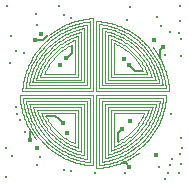
<source format=gbr>
G04 EAGLE Gerber X2 export*
%TF.Part,Single*%
%TF.FileFunction,Copper,L2,Inr,Mixed*%
%TF.FilePolarity,Positive*%
%TF.GenerationSoftware,Autodesk,EAGLE,9.0.1*%
%TF.CreationDate,2018-12-20T19:56:33Z*%
G75*
%MOMM*%
%FSLAX34Y34*%
%LPD*%
%AMOC8*
5,1,8,0,0,1.08239X$1,22.5*%
G01*
%ADD10C,0.125000*%
%ADD11C,0.450000*%
%ADD12C,0.127000*%
%ADD13C,0.300000*%


D10*
X-55066Y6575D02*
X-6015Y6575D01*
X-9341Y54799D02*
X-8515Y54968D01*
X-54962Y7212D02*
X-55066Y6575D01*
X-57902Y4075D02*
X-3515Y4075D01*
X-6811Y57793D02*
X-6015Y57915D01*
X-57833Y4681D02*
X-57902Y4075D01*
X-1757Y63366D02*
X-1015Y63412D01*
X-1015Y1575D01*
X-4283Y60643D02*
X-3515Y60723D01*
X-60571Y2153D02*
X-60611Y1575D01*
X-3515Y4075D02*
X-3515Y60723D01*
X-6015Y57915D02*
X-6015Y6575D01*
X-8515Y9075D02*
X-8515Y54968D01*
X-11015Y51861D02*
X-11015Y11575D01*
X-11874Y51634D02*
X-11015Y51861D01*
X-51935Y9745D02*
X-52083Y9075D01*
X-14410Y48267D02*
X-13515Y48564D01*
X-48726Y12282D02*
X-48926Y11575D01*
X-13515Y14075D02*
X-13515Y48564D01*
X-16015Y45037D02*
X-16948Y44653D01*
X-45296Y14823D02*
X-45563Y14075D01*
X-16015Y16575D02*
X-16015Y45037D01*
X-18515Y41225D02*
X-19490Y40729D01*
X-41592Y17369D02*
X-41945Y16575D01*
X-52083Y9075D02*
X-8515Y9075D01*
X-11015Y11575D02*
X-48926Y11575D01*
X-45563Y14075D02*
X-13515Y14075D01*
X-16015Y16575D02*
X-41945Y16575D01*
X-60611Y1575D02*
X-1015Y1575D01*
X-9341Y54798D02*
X-10711Y54498D01*
X-12073Y54165D01*
X-13426Y53800D01*
X-14770Y53402D01*
X-16104Y52972D01*
X-17428Y52509D01*
X-18739Y52015D01*
X-20039Y51489D01*
X-21325Y50932D01*
X-22598Y50345D01*
X-23856Y49727D01*
X-25099Y49078D01*
X-26326Y48400D01*
X-27536Y47692D01*
X-28729Y46956D01*
X-29903Y46191D01*
X-31059Y45397D01*
X-32196Y44577D01*
X-33312Y43728D01*
X-34407Y42854D01*
X-35481Y41953D01*
X-36533Y41026D01*
X-37563Y40075D01*
X-38569Y39099D01*
X-39551Y38098D01*
X-40509Y37075D01*
X-41442Y36028D01*
X-42349Y34960D01*
X-43230Y33870D01*
X-44085Y32759D01*
X-44913Y31627D01*
X-45713Y30476D01*
X-46485Y29306D01*
X-47229Y28118D01*
X-47944Y26912D01*
X-48630Y25690D01*
X-49286Y24451D01*
X-49911Y23196D01*
X-50507Y21927D01*
X-51072Y20644D01*
X-51605Y19348D01*
X-52107Y18039D01*
X-52578Y16718D01*
X-53016Y15387D01*
X-53422Y14045D01*
X-53796Y12694D01*
X-54137Y11334D01*
X-54445Y9967D01*
X-54720Y8592D01*
X-54962Y7211D01*
X-57833Y4681D02*
X-57651Y6135D01*
X-57434Y7585D01*
X-57182Y9029D01*
X-56895Y10466D01*
X-56573Y11896D01*
X-56217Y13318D01*
X-55826Y14731D01*
X-55402Y16134D01*
X-54944Y17526D01*
X-54452Y18907D01*
X-53927Y20275D01*
X-53369Y21631D01*
X-52778Y22972D01*
X-52155Y24299D01*
X-51500Y25610D01*
X-50814Y26906D01*
X-50097Y28184D01*
X-49349Y29444D01*
X-48570Y30686D01*
X-47762Y31909D01*
X-46925Y33112D01*
X-46058Y34294D01*
X-45164Y35455D01*
X-44241Y36595D01*
X-43292Y37711D01*
X-42315Y38804D01*
X-41313Y39873D01*
X-40284Y40918D01*
X-39231Y41938D01*
X-38154Y42931D01*
X-37053Y43899D01*
X-35929Y44839D01*
X-34782Y45752D01*
X-33614Y46637D01*
X-32424Y47494D01*
X-31214Y48321D01*
X-29985Y49120D01*
X-28736Y49888D01*
X-27470Y50625D01*
X-26186Y51332D01*
X-24885Y52008D01*
X-23568Y52652D01*
X-22236Y53264D01*
X-20890Y53843D01*
X-19530Y54390D01*
X-18157Y54904D01*
X-16773Y55384D01*
X-15377Y55831D01*
X-13970Y56244D01*
X-12554Y56623D01*
X-11130Y56967D01*
X-9697Y57277D01*
X-8257Y57552D01*
X-6811Y57793D01*
X-1757Y63365D02*
X-3343Y63245D01*
X-4926Y63086D01*
X-6505Y62890D01*
X-8078Y62655D01*
X-9645Y62381D01*
X-11205Y62070D01*
X-12757Y61722D01*
X-14300Y61336D01*
X-15833Y60912D01*
X-17356Y60451D01*
X-18867Y59954D01*
X-20365Y59420D01*
X-21851Y58850D01*
X-23321Y58244D01*
X-24777Y57603D01*
X-26217Y56927D01*
X-27640Y56216D01*
X-29045Y55470D01*
X-30432Y54691D01*
X-31799Y53879D01*
X-33147Y53033D01*
X-34473Y52155D01*
X-35778Y51245D01*
X-37060Y50304D01*
X-38320Y49332D01*
X-4283Y60642D02*
X-5819Y60459D01*
X-7350Y60239D01*
X-8876Y59981D01*
X-10394Y59686D01*
X-11905Y59354D01*
X-13407Y58985D01*
X-14899Y58579D01*
X-16382Y58137D01*
X-17853Y57659D01*
X-19311Y57144D01*
X-20757Y56594D01*
X-22189Y56009D01*
X-23606Y55389D01*
X-25008Y54735D01*
X-26393Y54046D01*
X-27760Y53323D01*
X-29110Y52568D01*
X-30441Y51779D01*
X-31751Y50958D01*
X-33042Y50105D01*
X-34311Y49221D01*
X-35558Y48306D01*
X-36782Y47360D01*
X-37983Y46385D01*
X-39160Y45381D01*
X-40311Y44348D01*
X-41437Y43288D01*
X-42537Y42200D01*
X-43609Y41085D01*
X-44654Y39945D01*
X-45671Y38779D01*
X-46659Y37589D01*
X-47617Y36375D01*
X-48545Y35137D01*
X-49443Y33878D01*
X-50310Y32596D01*
X-51145Y31294D01*
X-51947Y29972D01*
X-52718Y28631D01*
X-53455Y27271D01*
X-54158Y25893D01*
X-54828Y24499D01*
X-55463Y23088D01*
X-56063Y21663D01*
X-56628Y20223D01*
X-57158Y18770D01*
X-57652Y17304D01*
X-58110Y15827D01*
X-58532Y14338D01*
X-58917Y12840D01*
X-59265Y11333D01*
X-59576Y9818D01*
X-59850Y8296D01*
X-60087Y6767D01*
X-60286Y5233D01*
X-60447Y3695D01*
X-60571Y2153D01*
X-51935Y9745D02*
X-51630Y11065D01*
X-51293Y12377D01*
X-50924Y13681D01*
X-50523Y14975D01*
X-50091Y16259D01*
X-49628Y17532D01*
X-49134Y18794D01*
X-48609Y20043D01*
X-48054Y21279D01*
X-47469Y22501D01*
X-46854Y23708D01*
X-46211Y24900D01*
X-45538Y26076D01*
X-44837Y27236D01*
X-44108Y28378D01*
X-43351Y29501D01*
X-42567Y30606D01*
X-41757Y31692D01*
X-40920Y32758D01*
X-40058Y33802D01*
X-39170Y34826D01*
X-38258Y35828D01*
X-37321Y36807D01*
X-36361Y37763D01*
X-35378Y38695D01*
X-34373Y39603D01*
X-33346Y40487D01*
X-32297Y41345D01*
X-31228Y42177D01*
X-30139Y42983D01*
X-29031Y43762D01*
X-27904Y44514D01*
X-26759Y45239D01*
X-25597Y45935D01*
X-24418Y46603D01*
X-23223Y47242D01*
X-22013Y47851D01*
X-20789Y48431D01*
X-19551Y48981D01*
X-18299Y49500D01*
X-17036Y49989D01*
X-15761Y50447D01*
X-14475Y50874D01*
X-13179Y51270D01*
X-11874Y51633D01*
X-14410Y48266D02*
X-15632Y47842D01*
X-16843Y47388D01*
X-18043Y46904D01*
X-19231Y46392D01*
X-20406Y45851D01*
X-21567Y45281D01*
X-22714Y44683D01*
X-23847Y44058D01*
X-24963Y43405D01*
X-26064Y42725D01*
X-27148Y42019D01*
X-28214Y41286D01*
X-29262Y40527D01*
X-30291Y39744D01*
X-31301Y38935D01*
X-32290Y38102D01*
X-33260Y37246D01*
X-34208Y36365D01*
X-35134Y35462D01*
X-36038Y34537D01*
X-36920Y33590D01*
X-37777Y32622D01*
X-38612Y31633D01*
X-39421Y30625D01*
X-40206Y29596D01*
X-40966Y28549D01*
X-41700Y27484D01*
X-42408Y26402D01*
X-43089Y25302D01*
X-43744Y24186D01*
X-44371Y23054D01*
X-44970Y21908D01*
X-45541Y20747D01*
X-46084Y19573D01*
X-46598Y18386D01*
X-47082Y17186D01*
X-47538Y15976D01*
X-47964Y14754D01*
X-48360Y13523D01*
X-48726Y12282D01*
X-45296Y14823D02*
X-44877Y15959D01*
X-44431Y17085D01*
X-43958Y18199D01*
X-43459Y19302D01*
X-42933Y20393D01*
X-42382Y21471D01*
X-41805Y22535D01*
X-41202Y23585D01*
X-40575Y24621D01*
X-39923Y25641D01*
X-39247Y26646D01*
X-38547Y27633D01*
X-37824Y28604D01*
X-37077Y29558D01*
X-36308Y30493D01*
X-35517Y31409D01*
X-34704Y32307D01*
X-33870Y33184D01*
X-33015Y34042D01*
X-32140Y34879D01*
X-31246Y35694D01*
X-30331Y36488D01*
X-29399Y37260D01*
X-28448Y38009D01*
X-27479Y38736D01*
X-26493Y39439D01*
X-25491Y40118D01*
X-24473Y40773D01*
X-23439Y41403D01*
X-22391Y42009D01*
X-21328Y42589D01*
X-20252Y43144D01*
X-19163Y43673D01*
X-18061Y44176D01*
X-16948Y44652D01*
X-19490Y40728D02*
X-20527Y40182D01*
X-21549Y39612D01*
X-22558Y39017D01*
X-23551Y38397D01*
X-24530Y37754D01*
X-25492Y37087D01*
X-26438Y36396D01*
X-27367Y35683D01*
X-28278Y34947D01*
X-29171Y34190D01*
X-30045Y33411D01*
X-30900Y32611D01*
X-31735Y31790D01*
X-32550Y30949D01*
X-33345Y30089D01*
X-34118Y29210D01*
X-34869Y28312D01*
X-35599Y27396D01*
X-36306Y26462D01*
X-36990Y25512D01*
X-37651Y24545D01*
X-38288Y23563D01*
X-38901Y22565D01*
X-39489Y21553D01*
X-40053Y20526D01*
X-40591Y19486D01*
X-41104Y18434D01*
X-41592Y17369D01*
D11*
X-23200Y29600D03*
X-49600Y44800D03*
X-28500Y24000D03*
D10*
X6975Y6515D02*
X6975Y55566D01*
X55199Y9841D02*
X55368Y9015D01*
X7612Y55462D02*
X6975Y55566D01*
X4475Y58402D02*
X4475Y4015D01*
X58193Y7311D02*
X58315Y6515D01*
X5081Y58333D02*
X4475Y58402D01*
X63766Y2257D02*
X63812Y1515D01*
X1975Y1515D01*
X61043Y4783D02*
X61123Y4015D01*
X2553Y61071D02*
X1975Y61111D01*
X4475Y4015D02*
X61123Y4015D01*
X58315Y6515D02*
X6975Y6515D01*
X9475Y9015D02*
X55368Y9015D01*
X52261Y11515D02*
X11975Y11515D01*
X52034Y12374D02*
X52261Y11515D01*
X10145Y52435D02*
X9475Y52583D01*
X48667Y14910D02*
X48964Y14015D01*
X12682Y49226D02*
X11975Y49426D01*
X14475Y14015D02*
X48964Y14015D01*
X45437Y16515D02*
X45053Y17448D01*
X15223Y45796D02*
X14475Y46063D01*
X16975Y16515D02*
X45437Y16515D01*
X41625Y19015D02*
X41129Y19990D01*
X17769Y42092D02*
X16975Y42445D01*
X9475Y52583D02*
X9475Y9015D01*
X11975Y11515D02*
X11975Y49426D01*
X14475Y46063D02*
X14475Y14015D01*
X16975Y16515D02*
X16975Y42445D01*
X1975Y61111D02*
X1975Y1515D01*
X55198Y9841D02*
X54898Y11211D01*
X54565Y12573D01*
X54200Y13926D01*
X53802Y15270D01*
X53372Y16604D01*
X52909Y17928D01*
X52415Y19239D01*
X51889Y20539D01*
X51332Y21825D01*
X50745Y23098D01*
X50127Y24356D01*
X49478Y25599D01*
X48800Y26826D01*
X48092Y28036D01*
X47356Y29229D01*
X46591Y30403D01*
X45797Y31559D01*
X44977Y32696D01*
X44128Y33812D01*
X43254Y34907D01*
X42353Y35981D01*
X41426Y37033D01*
X40475Y38063D01*
X39499Y39069D01*
X38498Y40051D01*
X37475Y41009D01*
X36428Y41942D01*
X35360Y42849D01*
X34270Y43730D01*
X33159Y44585D01*
X32027Y45413D01*
X30876Y46213D01*
X29706Y46985D01*
X28518Y47729D01*
X27312Y48444D01*
X26090Y49130D01*
X24851Y49786D01*
X23596Y50411D01*
X22327Y51007D01*
X21044Y51572D01*
X19748Y52105D01*
X18439Y52607D01*
X17118Y53078D01*
X15787Y53516D01*
X14445Y53922D01*
X13094Y54296D01*
X11734Y54637D01*
X10367Y54945D01*
X8992Y55220D01*
X7611Y55462D01*
X5081Y58333D02*
X6535Y58151D01*
X7985Y57934D01*
X9429Y57682D01*
X10866Y57395D01*
X12296Y57073D01*
X13718Y56717D01*
X15131Y56326D01*
X16534Y55902D01*
X17926Y55444D01*
X19307Y54952D01*
X20675Y54427D01*
X22031Y53869D01*
X23372Y53278D01*
X24699Y52655D01*
X26010Y52000D01*
X27306Y51314D01*
X28584Y50597D01*
X29844Y49849D01*
X31086Y49070D01*
X32309Y48262D01*
X33512Y47425D01*
X34694Y46558D01*
X35855Y45664D01*
X36995Y44741D01*
X38111Y43792D01*
X39204Y42815D01*
X40273Y41813D01*
X41318Y40784D01*
X42338Y39731D01*
X43331Y38654D01*
X44299Y37553D01*
X45239Y36429D01*
X46152Y35282D01*
X47037Y34114D01*
X47894Y32924D01*
X48721Y31714D01*
X49520Y30485D01*
X50288Y29236D01*
X51025Y27970D01*
X51732Y26686D01*
X52408Y25385D01*
X53052Y24068D01*
X53664Y22736D01*
X54243Y21390D01*
X54790Y20030D01*
X55304Y18657D01*
X55784Y17273D01*
X56231Y15877D01*
X56644Y14470D01*
X57023Y13054D01*
X57367Y11630D01*
X57677Y10197D01*
X57952Y8757D01*
X58193Y7311D01*
X63765Y2257D02*
X63645Y3843D01*
X63486Y5426D01*
X63290Y7005D01*
X63055Y8578D01*
X62781Y10145D01*
X62470Y11705D01*
X62122Y13257D01*
X61736Y14800D01*
X61312Y16333D01*
X60851Y17856D01*
X60354Y19367D01*
X59820Y20865D01*
X59250Y22351D01*
X58644Y23821D01*
X58003Y25277D01*
X57327Y26717D01*
X56616Y28140D01*
X55870Y29545D01*
X55091Y30932D01*
X54279Y32299D01*
X53433Y33647D01*
X52555Y34973D01*
X51645Y36278D01*
X50704Y37560D01*
X49732Y38820D01*
X61042Y4783D02*
X60859Y6319D01*
X60639Y7850D01*
X60381Y9376D01*
X60086Y10894D01*
X59754Y12405D01*
X59385Y13907D01*
X58979Y15399D01*
X58537Y16882D01*
X58059Y18353D01*
X57544Y19811D01*
X56994Y21257D01*
X56409Y22689D01*
X55789Y24106D01*
X55135Y25508D01*
X54446Y26893D01*
X53723Y28260D01*
X52968Y29610D01*
X52179Y30941D01*
X51358Y32251D01*
X50505Y33542D01*
X49621Y34811D01*
X48706Y36058D01*
X47760Y37282D01*
X46785Y38483D01*
X45781Y39660D01*
X44748Y40811D01*
X43688Y41937D01*
X42600Y43037D01*
X41485Y44109D01*
X40345Y45154D01*
X39179Y46171D01*
X37989Y47159D01*
X36775Y48117D01*
X35537Y49045D01*
X34278Y49943D01*
X32996Y50810D01*
X31694Y51645D01*
X30372Y52447D01*
X29031Y53218D01*
X27671Y53955D01*
X26293Y54658D01*
X24899Y55328D01*
X23488Y55963D01*
X22063Y56563D01*
X20623Y57128D01*
X19170Y57658D01*
X17704Y58152D01*
X16227Y58610D01*
X14738Y59032D01*
X13240Y59417D01*
X11733Y59765D01*
X10218Y60076D01*
X8696Y60350D01*
X7167Y60587D01*
X5633Y60786D01*
X4095Y60947D01*
X2553Y61071D01*
X10145Y52435D02*
X11465Y52130D01*
X12777Y51793D01*
X14081Y51424D01*
X15375Y51023D01*
X16659Y50591D01*
X17932Y50128D01*
X19194Y49634D01*
X20443Y49109D01*
X21679Y48554D01*
X22901Y47969D01*
X24108Y47354D01*
X25300Y46711D01*
X26476Y46038D01*
X27636Y45337D01*
X28778Y44608D01*
X29901Y43851D01*
X31006Y43067D01*
X32092Y42257D01*
X33158Y41420D01*
X34202Y40558D01*
X35226Y39670D01*
X36228Y38758D01*
X37207Y37821D01*
X38163Y36861D01*
X39095Y35878D01*
X40003Y34873D01*
X40887Y33846D01*
X41745Y32797D01*
X42577Y31728D01*
X43383Y30639D01*
X44162Y29531D01*
X44914Y28404D01*
X45639Y27259D01*
X46335Y26097D01*
X47003Y24918D01*
X47642Y23723D01*
X48251Y22513D01*
X48831Y21289D01*
X49381Y20051D01*
X49900Y18799D01*
X50389Y17536D01*
X50847Y16261D01*
X51274Y14975D01*
X51670Y13679D01*
X52033Y12374D01*
X48666Y14910D02*
X48242Y16132D01*
X47788Y17343D01*
X47304Y18543D01*
X46792Y19731D01*
X46251Y20906D01*
X45681Y22067D01*
X45083Y23214D01*
X44458Y24347D01*
X43805Y25463D01*
X43125Y26564D01*
X42419Y27648D01*
X41686Y28714D01*
X40927Y29762D01*
X40144Y30791D01*
X39335Y31801D01*
X38502Y32790D01*
X37646Y33760D01*
X36765Y34708D01*
X35862Y35634D01*
X34937Y36538D01*
X33990Y37420D01*
X33022Y38277D01*
X32033Y39112D01*
X31025Y39921D01*
X29996Y40706D01*
X28949Y41466D01*
X27884Y42200D01*
X26802Y42908D01*
X25702Y43589D01*
X24586Y44244D01*
X23454Y44871D01*
X22308Y45470D01*
X21147Y46041D01*
X19973Y46584D01*
X18786Y47098D01*
X17586Y47582D01*
X16376Y48038D01*
X15154Y48464D01*
X13923Y48860D01*
X12682Y49226D01*
X15223Y45796D02*
X16359Y45377D01*
X17485Y44931D01*
X18599Y44458D01*
X19702Y43959D01*
X20793Y43433D01*
X21871Y42882D01*
X22935Y42305D01*
X23985Y41702D01*
X25021Y41075D01*
X26041Y40423D01*
X27046Y39747D01*
X28033Y39047D01*
X29004Y38324D01*
X29958Y37577D01*
X30893Y36808D01*
X31809Y36017D01*
X32707Y35204D01*
X33584Y34370D01*
X34442Y33515D01*
X35279Y32640D01*
X36094Y31746D01*
X36888Y30831D01*
X37660Y29899D01*
X38409Y28948D01*
X39136Y27979D01*
X39839Y26993D01*
X40518Y25991D01*
X41173Y24973D01*
X41803Y23939D01*
X42409Y22891D01*
X42989Y21828D01*
X43544Y20752D01*
X44073Y19663D01*
X44576Y18561D01*
X45052Y17448D01*
X41128Y19990D02*
X40582Y21027D01*
X40012Y22049D01*
X39417Y23058D01*
X38797Y24051D01*
X38154Y25030D01*
X37487Y25992D01*
X36796Y26938D01*
X36083Y27867D01*
X35347Y28778D01*
X34590Y29671D01*
X33811Y30545D01*
X33011Y31400D01*
X32190Y32235D01*
X31349Y33050D01*
X30489Y33845D01*
X29610Y34618D01*
X28712Y35369D01*
X27796Y36099D01*
X26862Y36806D01*
X25912Y37490D01*
X24945Y38151D01*
X23963Y38788D01*
X22965Y39401D01*
X21953Y39989D01*
X20926Y40553D01*
X19886Y41091D01*
X18834Y41604D01*
X17769Y42092D01*
D11*
X30100Y23900D03*
X58400Y38900D03*
X25600Y28700D03*
D10*
X6815Y-6775D02*
X55866Y-6775D01*
X10141Y-54999D02*
X9315Y-55168D01*
X55762Y-7412D02*
X55866Y-6775D01*
X58702Y-4275D02*
X4315Y-4275D01*
X7611Y-57993D02*
X6815Y-58115D01*
X58633Y-4881D02*
X58702Y-4275D01*
X2557Y-63566D02*
X1815Y-63612D01*
X1815Y-1775D01*
X5083Y-60843D02*
X4315Y-60923D01*
X61371Y-2353D02*
X61411Y-1775D01*
X4315Y-4275D02*
X4315Y-60923D01*
X6815Y-58115D02*
X6815Y-6775D01*
X9315Y-9275D02*
X9315Y-55168D01*
X11815Y-52061D02*
X11815Y-11775D01*
X12674Y-51834D02*
X11815Y-52061D01*
X52735Y-9945D02*
X52883Y-9275D01*
X15210Y-48467D02*
X14315Y-48764D01*
X49526Y-12482D02*
X49726Y-11775D01*
X14315Y-14275D02*
X14315Y-48764D01*
X16815Y-45237D02*
X17748Y-44853D01*
X46096Y-15023D02*
X46363Y-14275D01*
X16815Y-16775D02*
X16815Y-45237D01*
X42392Y-17569D02*
X42745Y-16775D01*
X52883Y-9275D02*
X9315Y-9275D01*
X11815Y-11775D02*
X49726Y-11775D01*
X46363Y-14275D02*
X14315Y-14275D01*
X16815Y-16775D02*
X42745Y-16775D01*
X61411Y-1775D02*
X1815Y-1775D01*
X10141Y-54998D02*
X11511Y-54698D01*
X12873Y-54365D01*
X14226Y-54000D01*
X15570Y-53602D01*
X16904Y-53172D01*
X18228Y-52709D01*
X19539Y-52215D01*
X20839Y-51689D01*
X22125Y-51132D01*
X23398Y-50545D01*
X24656Y-49927D01*
X25899Y-49278D01*
X27126Y-48600D01*
X28336Y-47892D01*
X29529Y-47156D01*
X30703Y-46391D01*
X31859Y-45597D01*
X32996Y-44777D01*
X34112Y-43928D01*
X35207Y-43054D01*
X36281Y-42153D01*
X37333Y-41226D01*
X38363Y-40275D01*
X39369Y-39299D01*
X40351Y-38298D01*
X41309Y-37275D01*
X42242Y-36228D01*
X43149Y-35160D01*
X44030Y-34070D01*
X44885Y-32959D01*
X45713Y-31827D01*
X46513Y-30676D01*
X47285Y-29506D01*
X48029Y-28318D01*
X48744Y-27112D01*
X49430Y-25890D01*
X50086Y-24651D01*
X50711Y-23396D01*
X51307Y-22127D01*
X51872Y-20844D01*
X52405Y-19548D01*
X52907Y-18239D01*
X53378Y-16918D01*
X53816Y-15587D01*
X54222Y-14245D01*
X54596Y-12894D01*
X54937Y-11534D01*
X55245Y-10167D01*
X55520Y-8792D01*
X55762Y-7411D01*
X58633Y-4881D02*
X58451Y-6335D01*
X58234Y-7785D01*
X57982Y-9229D01*
X57695Y-10666D01*
X57373Y-12096D01*
X57017Y-13518D01*
X56626Y-14931D01*
X56202Y-16334D01*
X55744Y-17726D01*
X55252Y-19107D01*
X54727Y-20475D01*
X54169Y-21831D01*
X53578Y-23172D01*
X52955Y-24499D01*
X52300Y-25810D01*
X51614Y-27106D01*
X50897Y-28384D01*
X50149Y-29644D01*
X49370Y-30886D01*
X48562Y-32109D01*
X47725Y-33312D01*
X46858Y-34494D01*
X45964Y-35655D01*
X45041Y-36795D01*
X44092Y-37911D01*
X43115Y-39004D01*
X42113Y-40073D01*
X41084Y-41118D01*
X40031Y-42138D01*
X38954Y-43131D01*
X37853Y-44099D01*
X36729Y-45039D01*
X35582Y-45952D01*
X34414Y-46837D01*
X33224Y-47694D01*
X32014Y-48521D01*
X30785Y-49320D01*
X29536Y-50088D01*
X28270Y-50825D01*
X26986Y-51532D01*
X25685Y-52208D01*
X24368Y-52852D01*
X23036Y-53464D01*
X21690Y-54043D01*
X20330Y-54590D01*
X18957Y-55104D01*
X17573Y-55584D01*
X16177Y-56031D01*
X14770Y-56444D01*
X13354Y-56823D01*
X11930Y-57167D01*
X10497Y-57477D01*
X9057Y-57752D01*
X7611Y-57993D01*
X2557Y-63565D02*
X4143Y-63445D01*
X5726Y-63286D01*
X7305Y-63090D01*
X8878Y-62855D01*
X10445Y-62581D01*
X12005Y-62270D01*
X13557Y-61922D01*
X15100Y-61536D01*
X16633Y-61112D01*
X18156Y-60651D01*
X19667Y-60154D01*
X21165Y-59620D01*
X22651Y-59050D01*
X24121Y-58444D01*
X25577Y-57803D01*
X27017Y-57127D01*
X28440Y-56416D01*
X29845Y-55670D01*
X31232Y-54891D01*
X32599Y-54079D01*
X33947Y-53233D01*
X35273Y-52355D01*
X36578Y-51445D01*
X37860Y-50504D01*
X39120Y-49532D01*
X5083Y-60842D02*
X6619Y-60659D01*
X8150Y-60439D01*
X9676Y-60181D01*
X11194Y-59886D01*
X12705Y-59554D01*
X14207Y-59185D01*
X15699Y-58779D01*
X17182Y-58337D01*
X18653Y-57859D01*
X20111Y-57344D01*
X21557Y-56794D01*
X22989Y-56209D01*
X24406Y-55589D01*
X25808Y-54935D01*
X27193Y-54246D01*
X28560Y-53523D01*
X29910Y-52768D01*
X31241Y-51979D01*
X32551Y-51158D01*
X33842Y-50305D01*
X35111Y-49421D01*
X36358Y-48506D01*
X37582Y-47560D01*
X38783Y-46585D01*
X39960Y-45581D01*
X41111Y-44548D01*
X42237Y-43488D01*
X43337Y-42400D01*
X44409Y-41285D01*
X45454Y-40145D01*
X46471Y-38979D01*
X47459Y-37789D01*
X48417Y-36575D01*
X49345Y-35337D01*
X50243Y-34078D01*
X51110Y-32796D01*
X51945Y-31494D01*
X52747Y-30172D01*
X53518Y-28831D01*
X54255Y-27471D01*
X54958Y-26093D01*
X55628Y-24699D01*
X56263Y-23288D01*
X56863Y-21863D01*
X57428Y-20423D01*
X57958Y-18970D01*
X58452Y-17504D01*
X58910Y-16027D01*
X59332Y-14538D01*
X59717Y-13040D01*
X60065Y-11533D01*
X60376Y-10018D01*
X60650Y-8496D01*
X60887Y-6967D01*
X61086Y-5433D01*
X61247Y-3895D01*
X61371Y-2353D01*
X52735Y-9945D02*
X52430Y-11265D01*
X52093Y-12577D01*
X51724Y-13881D01*
X51323Y-15175D01*
X50891Y-16459D01*
X50428Y-17732D01*
X49934Y-18994D01*
X49409Y-20243D01*
X48854Y-21479D01*
X48269Y-22701D01*
X47654Y-23908D01*
X47011Y-25100D01*
X46338Y-26276D01*
X45637Y-27436D01*
X44908Y-28578D01*
X44151Y-29701D01*
X43367Y-30806D01*
X42557Y-31892D01*
X41720Y-32958D01*
X40858Y-34002D01*
X39970Y-35026D01*
X39058Y-36028D01*
X38121Y-37007D01*
X37161Y-37963D01*
X36178Y-38895D01*
X35173Y-39803D01*
X34146Y-40687D01*
X33097Y-41545D01*
X32028Y-42377D01*
X30939Y-43183D01*
X29831Y-43962D01*
X28704Y-44714D01*
X27559Y-45439D01*
X26397Y-46135D01*
X25218Y-46803D01*
X24023Y-47442D01*
X22813Y-48051D01*
X21589Y-48631D01*
X20351Y-49181D01*
X19099Y-49700D01*
X17836Y-50189D01*
X16561Y-50647D01*
X15275Y-51074D01*
X13979Y-51470D01*
X12674Y-51833D01*
X15210Y-48466D02*
X16432Y-48042D01*
X17643Y-47588D01*
X18843Y-47104D01*
X20031Y-46592D01*
X21206Y-46051D01*
X22367Y-45481D01*
X23514Y-44883D01*
X24647Y-44258D01*
X25763Y-43605D01*
X26864Y-42925D01*
X27948Y-42219D01*
X29014Y-41486D01*
X30062Y-40727D01*
X31091Y-39944D01*
X32101Y-39135D01*
X33090Y-38302D01*
X34060Y-37446D01*
X35008Y-36565D01*
X35934Y-35662D01*
X36838Y-34737D01*
X37720Y-33790D01*
X38577Y-32822D01*
X39412Y-31833D01*
X40221Y-30825D01*
X41006Y-29796D01*
X41766Y-28749D01*
X42500Y-27684D01*
X43208Y-26602D01*
X43889Y-25502D01*
X44544Y-24386D01*
X45171Y-23254D01*
X45770Y-22108D01*
X46341Y-20947D01*
X46884Y-19773D01*
X47398Y-18586D01*
X47882Y-17386D01*
X48338Y-16176D01*
X48764Y-14954D01*
X49160Y-13723D01*
X49526Y-12482D01*
X46096Y-15023D02*
X45677Y-16159D01*
X45231Y-17285D01*
X44758Y-18399D01*
X44259Y-19502D01*
X43733Y-20593D01*
X43182Y-21671D01*
X42605Y-22735D01*
X42002Y-23785D01*
X41375Y-24821D01*
X40723Y-25841D01*
X40047Y-26846D01*
X39347Y-27833D01*
X38624Y-28804D01*
X37877Y-29758D01*
X37108Y-30693D01*
X36317Y-31609D01*
X35504Y-32507D01*
X34670Y-33384D01*
X33815Y-34242D01*
X32940Y-35079D01*
X32046Y-35894D01*
X31131Y-36688D01*
X30199Y-37460D01*
X29248Y-38209D01*
X28279Y-38936D01*
X27293Y-39639D01*
X26291Y-40318D01*
X25273Y-40973D01*
X24239Y-41603D01*
X23191Y-42209D01*
X22128Y-42789D01*
X21052Y-43344D01*
X19963Y-43873D01*
X18861Y-44376D01*
X17748Y-44852D01*
X20290Y-40928D02*
X21327Y-40382D01*
X22349Y-39812D01*
X23358Y-39217D01*
X24351Y-38597D01*
X25330Y-37954D01*
X26292Y-37287D01*
X27238Y-36596D01*
X28167Y-35883D01*
X29078Y-35147D01*
X29971Y-34390D01*
X30845Y-33611D01*
X31700Y-32811D01*
X32535Y-31990D01*
X33350Y-31149D01*
X34145Y-30289D01*
X34918Y-29410D01*
X35669Y-28512D01*
X36399Y-27596D01*
X37106Y-26662D01*
X37790Y-25712D01*
X38451Y-24745D01*
X39088Y-23763D01*
X39701Y-22765D01*
X40289Y-21753D01*
X40853Y-20726D01*
X41391Y-19686D01*
X41904Y-18634D01*
X42392Y-17569D01*
D11*
X23900Y-30300D03*
X30100Y-62200D03*
X30400Y-23700D03*
D10*
X-6075Y-6615D02*
X-6075Y-55666D01*
X-54299Y-9941D02*
X-54468Y-9115D01*
X-6712Y-55562D02*
X-6075Y-55666D01*
X-3575Y-58502D02*
X-3575Y-4115D01*
X-57293Y-7411D02*
X-57415Y-6615D01*
X-4181Y-58433D02*
X-3575Y-58502D01*
X-62866Y-2357D02*
X-62912Y-1615D01*
X-1075Y-1615D01*
X-60143Y-4883D02*
X-60223Y-4115D01*
X-1653Y-61171D02*
X-1075Y-61211D01*
X-3575Y-4115D02*
X-60223Y-4115D01*
X-57415Y-6615D02*
X-6075Y-6615D01*
X-8575Y-9115D02*
X-54468Y-9115D01*
X-51361Y-11615D02*
X-11075Y-11615D01*
X-51134Y-12474D02*
X-51361Y-11615D01*
X-9245Y-52535D02*
X-8575Y-52683D01*
X-47767Y-15010D02*
X-48064Y-14115D01*
X-11782Y-49326D02*
X-11075Y-49526D01*
X-13575Y-14115D02*
X-48064Y-14115D01*
X-44537Y-16615D02*
X-44153Y-17548D01*
X-14323Y-45896D02*
X-13575Y-46163D01*
X-16075Y-16615D02*
X-44537Y-16615D01*
X-40725Y-19115D02*
X-40229Y-20090D01*
X-16869Y-42192D02*
X-16075Y-42545D01*
X-8575Y-52683D02*
X-8575Y-9115D01*
X-11075Y-11615D02*
X-11075Y-49526D01*
X-13575Y-46163D02*
X-13575Y-14115D01*
X-16075Y-16615D02*
X-16075Y-42545D01*
X-1075Y-61211D02*
X-1075Y-1615D01*
X-54298Y-9941D02*
X-53998Y-11311D01*
X-53665Y-12673D01*
X-53300Y-14026D01*
X-52902Y-15370D01*
X-52472Y-16704D01*
X-52009Y-18028D01*
X-51515Y-19339D01*
X-50989Y-20639D01*
X-50432Y-21925D01*
X-49845Y-23198D01*
X-49227Y-24456D01*
X-48578Y-25699D01*
X-47900Y-26926D01*
X-47192Y-28136D01*
X-46456Y-29329D01*
X-45691Y-30503D01*
X-44897Y-31659D01*
X-44077Y-32796D01*
X-43228Y-33912D01*
X-42354Y-35007D01*
X-41453Y-36081D01*
X-40526Y-37133D01*
X-39575Y-38163D01*
X-38599Y-39169D01*
X-37598Y-40151D01*
X-36575Y-41109D01*
X-35528Y-42042D01*
X-34460Y-42949D01*
X-33370Y-43830D01*
X-32259Y-44685D01*
X-31127Y-45513D01*
X-29976Y-46313D01*
X-28806Y-47085D01*
X-27618Y-47829D01*
X-26412Y-48544D01*
X-25190Y-49230D01*
X-23951Y-49886D01*
X-22696Y-50511D01*
X-21427Y-51107D01*
X-20144Y-51672D01*
X-18848Y-52205D01*
X-17539Y-52707D01*
X-16218Y-53178D01*
X-14887Y-53616D01*
X-13545Y-54022D01*
X-12194Y-54396D01*
X-10834Y-54737D01*
X-9467Y-55045D01*
X-8092Y-55320D01*
X-6711Y-55562D01*
X-4181Y-58433D02*
X-5635Y-58251D01*
X-7085Y-58034D01*
X-8529Y-57782D01*
X-9966Y-57495D01*
X-11396Y-57173D01*
X-12818Y-56817D01*
X-14231Y-56426D01*
X-15634Y-56002D01*
X-17026Y-55544D01*
X-18407Y-55052D01*
X-19775Y-54527D01*
X-21131Y-53969D01*
X-22472Y-53378D01*
X-23799Y-52755D01*
X-25110Y-52100D01*
X-26406Y-51414D01*
X-27684Y-50697D01*
X-28944Y-49949D01*
X-30186Y-49170D01*
X-31409Y-48362D01*
X-32612Y-47525D01*
X-33794Y-46658D01*
X-34955Y-45764D01*
X-36095Y-44841D01*
X-37211Y-43892D01*
X-38304Y-42915D01*
X-39373Y-41913D01*
X-40418Y-40884D01*
X-41438Y-39831D01*
X-42431Y-38754D01*
X-43399Y-37653D01*
X-44339Y-36529D01*
X-45252Y-35382D01*
X-46137Y-34214D01*
X-46994Y-33024D01*
X-47821Y-31814D01*
X-48620Y-30585D01*
X-49388Y-29336D01*
X-50125Y-28070D01*
X-50832Y-26786D01*
X-51508Y-25485D01*
X-52152Y-24168D01*
X-52764Y-22836D01*
X-53343Y-21490D01*
X-53890Y-20130D01*
X-54404Y-18757D01*
X-54884Y-17373D01*
X-55331Y-15977D01*
X-55744Y-14570D01*
X-56123Y-13154D01*
X-56467Y-11730D01*
X-56777Y-10297D01*
X-57052Y-8857D01*
X-57293Y-7411D01*
X-62865Y-2357D02*
X-62745Y-3943D01*
X-62586Y-5526D01*
X-62390Y-7105D01*
X-62155Y-8678D01*
X-61881Y-10245D01*
X-61570Y-11805D01*
X-61222Y-13357D01*
X-60836Y-14900D01*
X-60412Y-16433D01*
X-59951Y-17956D01*
X-59454Y-19467D01*
X-58920Y-20965D01*
X-58350Y-22451D01*
X-57744Y-23921D01*
X-57103Y-25377D01*
X-56427Y-26817D01*
X-55716Y-28240D01*
X-54970Y-29645D01*
X-54191Y-31032D01*
X-53379Y-32399D01*
X-52533Y-33747D01*
X-51655Y-35073D01*
X-50745Y-36378D01*
X-49804Y-37660D01*
X-48832Y-38920D01*
X-60142Y-4883D02*
X-59959Y-6419D01*
X-59739Y-7950D01*
X-59481Y-9476D01*
X-59186Y-10994D01*
X-58854Y-12505D01*
X-58485Y-14007D01*
X-58079Y-15499D01*
X-57637Y-16982D01*
X-57159Y-18453D01*
X-56644Y-19911D01*
X-56094Y-21357D01*
X-55509Y-22789D01*
X-54889Y-24206D01*
X-54235Y-25608D01*
X-53546Y-26993D01*
X-52823Y-28360D01*
X-52068Y-29710D01*
X-51279Y-31041D01*
X-50458Y-32351D01*
X-49605Y-33642D01*
X-48721Y-34911D01*
X-47806Y-36158D01*
X-46860Y-37382D01*
X-45885Y-38583D01*
X-44881Y-39760D01*
X-43848Y-40911D01*
X-42788Y-42037D01*
X-41700Y-43137D01*
X-40585Y-44209D01*
X-39445Y-45254D01*
X-38279Y-46271D01*
X-37089Y-47259D01*
X-35875Y-48217D01*
X-34637Y-49145D01*
X-33378Y-50043D01*
X-32096Y-50910D01*
X-30794Y-51745D01*
X-29472Y-52547D01*
X-28131Y-53318D01*
X-26771Y-54055D01*
X-25393Y-54758D01*
X-23999Y-55428D01*
X-22588Y-56063D01*
X-21163Y-56663D01*
X-19723Y-57228D01*
X-18270Y-57758D01*
X-16804Y-58252D01*
X-15327Y-58710D01*
X-13838Y-59132D01*
X-12340Y-59517D01*
X-10833Y-59865D01*
X-9318Y-60176D01*
X-7796Y-60450D01*
X-6267Y-60687D01*
X-4733Y-60886D01*
X-3195Y-61047D01*
X-1653Y-61171D01*
X-9245Y-52535D02*
X-10565Y-52230D01*
X-11877Y-51893D01*
X-13181Y-51524D01*
X-14475Y-51123D01*
X-15759Y-50691D01*
X-17032Y-50228D01*
X-18294Y-49734D01*
X-19543Y-49209D01*
X-20779Y-48654D01*
X-22001Y-48069D01*
X-23208Y-47454D01*
X-24400Y-46811D01*
X-25576Y-46138D01*
X-26736Y-45437D01*
X-27878Y-44708D01*
X-29001Y-43951D01*
X-30106Y-43167D01*
X-31192Y-42357D01*
X-32258Y-41520D01*
X-33302Y-40658D01*
X-34326Y-39770D01*
X-35328Y-38858D01*
X-36307Y-37921D01*
X-37263Y-36961D01*
X-38195Y-35978D01*
X-39103Y-34973D01*
X-39987Y-33946D01*
X-40845Y-32897D01*
X-41677Y-31828D01*
X-42483Y-30739D01*
X-43262Y-29631D01*
X-44014Y-28504D01*
X-44739Y-27359D01*
X-45435Y-26197D01*
X-46103Y-25018D01*
X-46742Y-23823D01*
X-47351Y-22613D01*
X-47931Y-21389D01*
X-48481Y-20151D01*
X-49000Y-18899D01*
X-49489Y-17636D01*
X-49947Y-16361D01*
X-50374Y-15075D01*
X-50770Y-13779D01*
X-51133Y-12474D01*
X-47766Y-15010D02*
X-47342Y-16232D01*
X-46888Y-17443D01*
X-46404Y-18643D01*
X-45892Y-19831D01*
X-45351Y-21006D01*
X-44781Y-22167D01*
X-44183Y-23314D01*
X-43558Y-24447D01*
X-42905Y-25563D01*
X-42225Y-26664D01*
X-41519Y-27748D01*
X-40786Y-28814D01*
X-40027Y-29862D01*
X-39244Y-30891D01*
X-38435Y-31901D01*
X-37602Y-32890D01*
X-36746Y-33860D01*
X-35865Y-34808D01*
X-34962Y-35734D01*
X-34037Y-36638D01*
X-33090Y-37520D01*
X-32122Y-38377D01*
X-31133Y-39212D01*
X-30125Y-40021D01*
X-29096Y-40806D01*
X-28049Y-41566D01*
X-26984Y-42300D01*
X-25902Y-43008D01*
X-24802Y-43689D01*
X-23686Y-44344D01*
X-22554Y-44971D01*
X-21408Y-45570D01*
X-20247Y-46141D01*
X-19073Y-46684D01*
X-17886Y-47198D01*
X-16686Y-47682D01*
X-15476Y-48138D01*
X-14254Y-48564D01*
X-13023Y-48960D01*
X-11782Y-49326D01*
X-14323Y-45896D02*
X-15459Y-45477D01*
X-16585Y-45031D01*
X-17699Y-44558D01*
X-18802Y-44059D01*
X-19893Y-43533D01*
X-20971Y-42982D01*
X-22035Y-42405D01*
X-23085Y-41802D01*
X-24121Y-41175D01*
X-25141Y-40523D01*
X-26146Y-39847D01*
X-27133Y-39147D01*
X-28104Y-38424D01*
X-29058Y-37677D01*
X-29993Y-36908D01*
X-30909Y-36117D01*
X-31807Y-35304D01*
X-32684Y-34470D01*
X-33542Y-33615D01*
X-34379Y-32740D01*
X-35194Y-31846D01*
X-35988Y-30931D01*
X-36760Y-29999D01*
X-37509Y-29048D01*
X-38236Y-28079D01*
X-38939Y-27093D01*
X-39618Y-26091D01*
X-40273Y-25073D01*
X-40903Y-24039D01*
X-41509Y-22991D01*
X-42089Y-21928D01*
X-42644Y-20852D01*
X-43173Y-19763D01*
X-43676Y-18661D01*
X-44152Y-17548D01*
X-40228Y-20090D02*
X-39682Y-21127D01*
X-39112Y-22149D01*
X-38517Y-23158D01*
X-37897Y-24151D01*
X-37254Y-25130D01*
X-36587Y-26092D01*
X-35896Y-27038D01*
X-35183Y-27967D01*
X-34447Y-28878D01*
X-33690Y-29771D01*
X-32911Y-30645D01*
X-32111Y-31500D01*
X-31290Y-32335D01*
X-30449Y-33150D01*
X-29589Y-33945D01*
X-28710Y-34718D01*
X-27812Y-35469D01*
X-26896Y-36199D01*
X-25962Y-36906D01*
X-25012Y-37590D01*
X-24045Y-38251D01*
X-23063Y-38888D01*
X-22065Y-39501D01*
X-21053Y-40089D01*
X-20026Y-40653D01*
X-18986Y-41191D01*
X-17934Y-41704D01*
X-16869Y-42192D01*
D11*
X-26500Y-25200D03*
X-53900Y-39800D03*
X-23000Y-33300D03*
X-45000Y50400D03*
X51100Y44900D03*
X52800Y-52400D03*
X-48500Y-46500D03*
D12*
X-53800Y-39900D02*
X-53800Y-31800D01*
X55700Y36400D02*
X58300Y39000D01*
X55700Y36400D02*
X55700Y29800D01*
X-33500Y-19000D02*
X-40700Y-19000D01*
X-29500Y-22200D02*
X-26500Y-25200D01*
X-29400Y-22200D02*
X-32500Y-19100D01*
X-35600Y-19100D01*
X30000Y23900D02*
X34900Y19000D01*
X41500Y19000D01*
X-18600Y33900D02*
X-22900Y29600D01*
X-18600Y33900D02*
X-18600Y41100D01*
X-38500Y49300D02*
X-43000Y44800D01*
X-43200Y44900D02*
X-49600Y44900D01*
X-43200Y44900D02*
X-41200Y46900D01*
X27100Y-59200D02*
X30100Y-62200D01*
X27100Y-59200D02*
X23100Y-59200D01*
X20300Y-33900D02*
X23900Y-30300D01*
X20300Y-33900D02*
X20300Y-40700D01*
D13*
X-65800Y-11300D03*
X-48200Y-61100D03*
X-59400Y34300D03*
X-48100Y57700D03*
X1200Y-67402D03*
X55500Y-62200D03*
X-25375Y-65407D03*
X-69600Y-53600D03*
X74900Y-46700D03*
X72700Y-51500D03*
X66500Y-55500D03*
X63100Y-67200D03*
X56800Y56500D03*
X53600Y64300D03*
X64100Y52100D03*
X74200Y45700D03*
X-70400Y48700D03*
X-48600Y66800D03*
X-73800Y73400D03*
X72900Y73900D03*
X72900Y60800D03*
X72400Y51300D03*
X74200Y31500D03*
X73600Y-59700D03*
X72100Y-67400D03*
X60000Y-72500D03*
X64400Y-60900D03*
X-74100Y-71000D03*
X73800Y-37900D03*
X-29600Y73800D03*
X30700Y72800D03*
X-24850Y66328D03*
X-65900Y35600D03*
X-58400Y-32600D03*
X-18900Y-65932D03*
X-19400Y64000D03*
X-74125Y-46325D03*
X-70967Y25567D03*
X-62579Y-22960D03*
X-45700Y-53900D03*
X-65200Y-17400D03*
X60127Y32327D03*
X65435Y-17838D03*
X26187Y-67487D03*
X27800Y61800D03*
M02*

</source>
